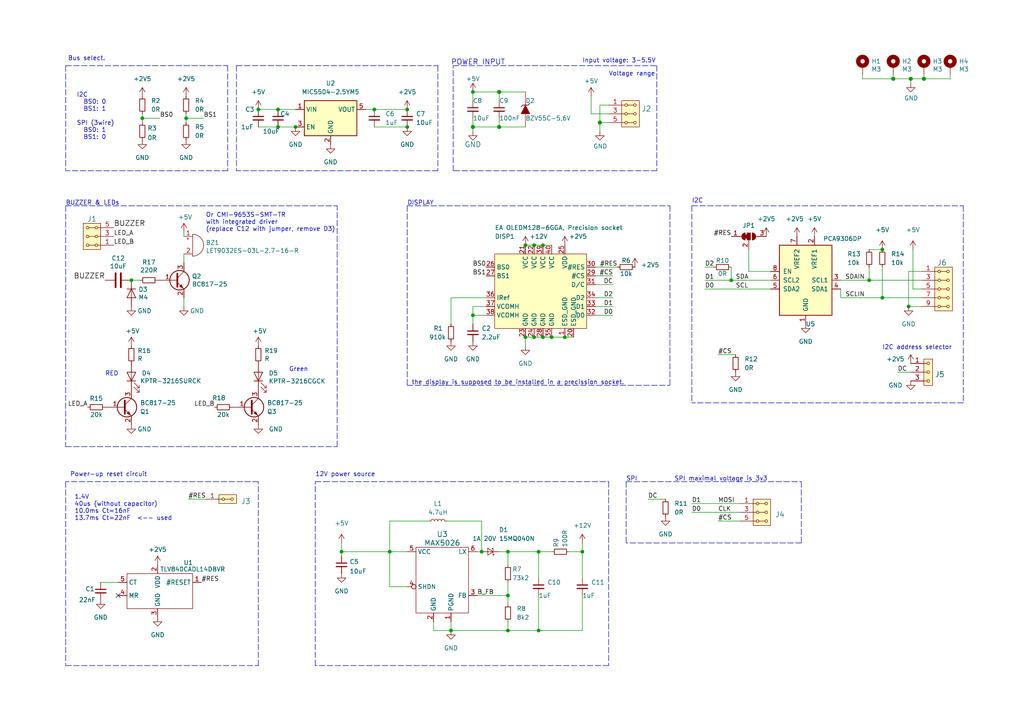
<source format=kicad_sch>
(kicad_sch (version 20211123) (generator eeschema)
  (paper "A4")
  (title_block (title "OLED01A") (date "2022-05-11") (company "MLAB") (comment 1 "roman-dvorak"))
  (lib_symbols
    (symbol "Device:Buzzer" (pin_names (offset 0.0254) hide)
      (property "Reference" "BZ" (at 3.81 1.27 0))
      (property "Value" "Buzzer" (at 3.81 -1.27 0))
      (symbol "Buzzer_1_1"
        (pin passive line (at -2.54 2.54 0) (length 2.54) (name "-") (number "1"))
        (pin passive line (at -2.54 -2.54 0) (length 2.54) (name "+") (number "2"))
      )
    )
    (symbol "Device:C" (pin_numbers hide) (pin_names (offset 0.254))
      (property "Reference" "C" (at 0.635 2.54 0))
      (property "Value" "C" (at 0.635 -2.54 0))
      (symbol "C_1_1"
        (pin passive line (at 0 3.81 270) (length 2.794) (name "~") (number "1"))
        (pin passive line (at 0 -3.81 90) (length 2.794) (name "~") (number "2"))
      )
    )
    (symbol "Device:C_Small" (pin_numbers hide) (pin_names (offset 0.254) hide)
      (property "Reference" "C" (at 0.254 1.778 0))
      (property "Value" "C_Small" (at 0.254 -2.032 0))
      (symbol "C_Small_1_1"
        (pin passive line (at 0 2.54 270) (length 2.032) (name "~") (number "1"))
        (pin passive line (at 0 -2.54 90) (length 2.032) (name "~") (number "2"))
      )
    )
    (symbol "Device:D" (pin_numbers hide) (pin_names (offset 1.016) hide)
      (property "Reference" "D" (at 0 2.54 0))
      (property "Value" "D" (at 0 -2.54 0))
      (symbol "D_1_1"
        (pin passive line (at -3.81 0 0) (length 2.54) (name "K") (number "1"))
        (pin passive line (at 3.81 0 180) (length 2.54) (name "A") (number "2"))
      )
    )
    (symbol "Device:D_Schottky_Small" (pin_numbers hide) (pin_names (offset 0.254) hide)
      (property "Reference" "D" (at -1.27 2.032 0))
      (property "Value" "D_Schottky_Small" (at -7.112 -2.032 0))
      (symbol "D_Schottky_Small_1_1"
        (pin passive line (at -2.54 0 0) (length 1.778) (name "K") (number "1"))
        (pin passive line (at 2.54 0 180) (length 1.778) (name "A") (number "2"))
      )
    )
    (symbol "Device:LED" (pin_numbers hide) (pin_names (offset 1.016) hide)
      (property "Reference" "D" (at 0 2.54 0))
      (property "Value" "LED" (at 0 -2.54 0))
      (symbol "LED_1_1"
        (pin passive line (at -3.81 0 0) (length 2.54) (name "K") (number "1"))
        (pin passive line (at 3.81 0 180) (length 2.54) (name "A") (number "2"))
      )
    )
    (symbol "Device:L_Small" (pin_numbers hide) (pin_names (offset 0.254) hide)
      (property "Reference" "L" (at 0.762 1.016 0))
      (property "Value" "L_Small" (at 0.762 -1.016 0))
      (symbol "L_Small_1_1"
        (pin passive line (at 0 2.54 270) (length 0.508) (name "~") (number "1"))
        (pin passive line (at 0 -2.54 90) (length 0.508) (name "~") (number "2"))
      )
    )
    (symbol "Device:Q_NPN_BEC" (pin_names (offset 0) hide)
      (property "Reference" "Q" (at 5.08 1.27 0))
      (property "Value" "Q_NPN_BEC" (at 5.08 -1.27 0))
      (symbol "Q_NPN_BEC_1_1"
        (pin input line (at -5.08 0 0) (length 5.715) (name "B") (number "1"))
        (pin passive line (at 2.54 -5.08 90) (length 2.54) (name "E") (number "2"))
        (pin passive line (at 2.54 5.08 270) (length 2.54) (name "C") (number "3"))
      )
    )
    (symbol "Device:R_Small" (pin_numbers hide) (pin_names (offset 0.254) hide)
      (property "Reference" "R" (at 0.762 0.508 0))
      (property "Value" "R_Small" (at 0.762 -1.016 0))
      (symbol "R_Small_1_1"
        (pin passive line (at 0 2.54 270) (length 0.762) (name "~") (number "1"))
        (pin passive line (at 0 -2.54 90) (length 0.762) (name "~") (number "2"))
      )
    )
    (symbol "ISM02A-rescue:C_Small-Device-ISM02A-rescue" (pin_numbers hide) (pin_names (offset 0.254) hide)
      (property "Reference" "C" (at 0.254 1.778 0))
      (property "Value" "C_Small-Device-ISM02A-rescue" (at 0.254 -2.032 0))
      (symbol "C_Small-Device-ISM02A-rescue_1_1"
        (pin passive line (at 0 2.54 270) (length 2.032) (name "~") (number "1"))
        (pin passive line (at 0 -2.54 90) (length 2.032) (name "~") (number "2"))
      )
    )
    (symbol "ISM02A-rescue:D_ZENER-MLAB_D" (pin_numbers hide) (pin_names (offset 1.016) hide)
      (property "Reference" "D" (at 0 2.54 0))
      (property "Value" "D_ZENER-MLAB_D" (at 0 -2.54 0))
      (symbol "D_ZENER-MLAB_D_1_1"
        (pin passive line (at -5.08 0 0) (length 3.81) (name "K") (number "1"))
        (pin passive line (at 5.08 0 180) (length 3.81) (name "A") (number "2"))
      )
    )
    (symbol "Interface:PCA9306DP" (pin_names (offset 1.016))
      (property "Reference" "U" (at -7.62 11.43 0))
      (property "Value" "PCA9306DP" (at 3.81 11.43 0))
      (symbol "PCA9306DP_1_1"
        (pin power_in line (at 0 -12.7 90) (length 2.54) (name "GND") (number "1"))
        (pin power_in line (at -2.54 12.7 270) (length 2.54) (name "VREF1") (number "2"))
        (pin bidirectional line (at -10.16 0 0) (length 2.54) (name "SCL1") (number "3"))
        (pin bidirectional line (at -10.16 -2.54 0) (length 2.54) (name "SDA1") (number "4"))
        (pin bidirectional line (at 10.16 -2.54 180) (length 2.54) (name "SDA2") (number "5"))
        (pin bidirectional line (at 10.16 0 180) (length 2.54) (name "SCL2") (number "6"))
        (pin power_in line (at 2.54 12.7 270) (length 2.54) (name "VREF2") (number "7"))
        (pin input line (at 10.16 2.54 180) (length 2.54) (name "EN") (number "8"))
      )
    )
    (symbol "Jumper:SolderJumper_3_Bridged12" (pin_names (offset 0) hide)
      (property "Reference" "JP" (at -2.54 -2.54 0))
      (property "Value" "SolderJumper_3_Bridged12" (at 0 2.794 0))
      (symbol "SolderJumper_3_Bridged12_1_1"
        (pin passive line (at -5.08 0 0) (length 2.54) (name "A") (number "1"))
        (pin passive line (at 0 -3.81 90) (length 2.54) (name "C") (number "2"))
        (pin passive line (at 5.08 0 180) (length 2.54) (name "B") (number "3"))
      )
    )
    (symbol "MLAB_DISPLAY:EA_OLEDM128-6"
      (property "Reference" "DISP" (at 16.51 21.59 0))
      (property "Value" "EA_OLEDM128-6" (at 21.59 19.05 0))
      (symbol "EA_OLEDM128-6_0_0"
        (pin power_in line (at 8.89 -12.7 90) (length 2.54) (name "ESD_GND") (number "1"))
        (pin no_connect line (at 55.88 -53.34 0) (length 2.54) hide (name "") (number "18"))
        (pin no_connect line (at 55.88 -55.88 0) (length 2.54) hide (name "") (number "19"))
        (pin no_connect line (at 55.88 -48.26 0) (length 2.54) hide (name "") (number "2"))
        (pin power_in line (at 11.43 -12.7 90) (length 2.54) (name "ESD_GND") (number "20"))
        (pin power_in line (at -2.54 13.97 270) (length 2.54) (name "VCC") (number "21"))
        (pin power_in line (at 0 13.97 270) (length 2.54) (name "VCC") (number "22"))
        (pin power_in line (at -2.54 -12.7 90) (length 2.54) (name "GND") (number "23"))
        (pin power_in line (at 0 -12.7 90) (length 2.54) (name "GND") (number "24"))
        (pin power_in line (at 8.89 13.97 270) (length 2.54) (name "VDD") (number "25"))
        (pin input line (at -13.97 7.62 0) (length 2.54) (name "BS0") (number "26"))
        (pin input line (at -13.97 5.08 0) (length 2.54) (name "BS1") (number "27"))
        (pin power_in line (at 2.54 -12.7 90) (length 2.54) (name "GND") (number "28"))
        (pin input line (at 17.78 5.08 180) (length 2.54) (name "#CS") (number "29"))
        (pin no_connect line (at 55.88 -50.8 0) (length 2.54) hide (name "") (number "3"))
        (pin input line (at 17.78 7.62 180) (length 2.54) (name "#RES") (number "30"))
        (pin input line (at 17.78 2.54 180) (length 2.54) (name "D/C") (number "31"))
        (pin input line (at 17.78 -6.35 180) (length 2.54) (name "D0") (number "32"))
        (pin input line (at 17.78 -3.81 180) (length 2.54) (name "D1") (number "33"))
        (pin input line (at 17.78 -1.27 180) (length 2.54) (name "D2") (number "34"))
        (pin power_in line (at 5.08 -12.7 90) (length 2.54) (name "GND") (number "35"))
        (pin power_in line (at -13.97 -1.27 0) (length 2.54) (name "IRef") (number "36"))
        (pin power_in line (at -13.97 -3.81 0) (length 2.54) (name "VCOMH") (number "37"))
        (pin power_in line (at -13.97 -6.35 0) (length 2.54) (name "VCOMH") (number "38"))
        (pin power_in line (at 2.54 13.97 270) (length 2.54) (name "VCC") (number "39"))
        (pin power_in line (at 5.08 13.97 270) (length 2.54) (name "VCC") (number "40"))
      )
    )
    (symbol "MLAB_HEADER:HEADER_1x03" (pin_names (offset 1.016))
      (property "Reference" "J" (at 0 -5.08 0))
      (property "Value" "HEADER_1x03" (at 0 5.08 0))
      (symbol "HEADER_1x03_1_1"
        (pin input line (at -5.08 2.54 0) (length 3.81) (name "~") (number "1"))
        (pin input line (at -5.08 0 0) (length 3.81) (name "~") (number "2"))
        (pin input line (at -5.08 -2.54 0) (length 3.81) (name "~") (number "3"))
      )
    )
    (symbol "MLAB_HEADER:HEADER_2x01_PARALLEL" (pin_names (offset 1.016))
      (property "Reference" "J" (at 0 -2.54 0))
      (property "Value" "HEADER_2x01_PARALLEL" (at 0 2.54 0))
      (symbol "HEADER_2x01_PARALLEL_1_1"
        (pin input line (at -6.35 0 0) (length 3.81) (name "~") (number "1"))
        (pin input line (at -6.35 0 0) (length 3.81) hide (name "~") (number "2"))
      )
    )
    (symbol "MLAB_HEADER:HEADER_2x03_PARALLEL" (pin_names (offset 1.016))
      (property "Reference" "J" (at 0 -5.08 0))
      (property "Value" "HEADER_2x03_PARALLEL" (at 0 5.08 0))
      (symbol "HEADER_2x03_PARALLEL_1_1"
        (pin input line (at -6.35 2.54 0) (length 3.81) (name "~") (number "1"))
        (pin input line (at -6.35 2.54 0) (length 3.81) hide (name "~") (number "2"))
        (pin input line (at -6.35 0 0) (length 3.81) (name "~") (number "3"))
        (pin input line (at -6.35 0 0) (length 3.81) hide (name "~") (number "4"))
        (pin input line (at -6.35 -2.54 0) (length 3.81) (name "~") (number "5"))
        (pin input line (at -6.35 -2.54 0) (length 3.81) hide (name "~") (number "6"))
      )
    )
    (symbol "MLAB_HEADER:HEADER_2x05_PARALLEL" (pin_names (offset 1.016))
      (property "Reference" "J" (at 0 -7.62 0))
      (property "Value" "HEADER_2x05_PARALLEL" (at 0 7.62 0))
      (symbol "HEADER_2x05_PARALLEL_1_1"
        (pin input line (at -6.35 5.08 0) (length 3.81) (name "~") (number "1"))
        (pin input line (at -6.35 -5.08 0) (length 3.81) hide (name "~") (number "10"))
        (pin input line (at -6.35 5.08 0) (length 3.81) hide (name "~") (number "2"))
        (pin input line (at -6.35 2.54 0) (length 3.81) (name "~") (number "3"))
        (pin input line (at -6.35 2.54 0) (length 3.81) hide (name "~") (number "4"))
        (pin input line (at -6.35 0 0) (length 3.81) (name "~") (number "5"))
        (pin input line (at -6.35 0 0) (length 3.81) hide (name "~") (number "6"))
        (pin input line (at -6.35 -2.54 0) (length 3.81) (name "~") (number "7"))
        (pin input line (at -6.35 -2.54 0) (length 3.81) hide (name "~") (number "8"))
        (pin input line (at -6.35 -5.08 0) (length 3.81) (name "~") (number "9"))
      )
    )
    (symbol "MLAB_IO:MAX5026"
      (property "Reference" "U" (at -5.08 10.16 0))
      (property "Value" "MAX5026" (at 1.27 2.54 0))
      (symbol "MAX5026_1_1"
        (pin unspecified line (at 2.54 -12.7 90) (length 2.54) (name "PGND") (number "1"))
        (pin unspecified line (at -2.54 -12.7 90) (length 2.54) (name "GND") (number "2"))
        (pin unspecified line (at 10.16 -5.08 180) (length 2.54) (name "FB") (number "3"))
        (pin unspecified inverted (at -10.16 -2.54 0) (length 2.54) (name "SHDN") (number "4"))
        (pin unspecified line (at -10.16 7.62 0) (length 2.54) (name "VCC") (number "5"))
        (pin unspecified line (at 10.16 7.62 180) (length 2.54) (name "LX") (number "6"))
      )
    )
    (symbol "MLAB_IO:TLV840"
      (property "Reference" "U" (at 2.54 6.35 0))
      (property "Value" "TLV840" (at 5.08 3.81 0))
      (symbol "TLV840_1_1"
        (pin output line (at 12.7 0 180) (length 2.54) (name "#RESET") (number "1"))
        (pin power_in line (at 0 5.08 270) (length 2.54) (name "VDD") (number "2"))
        (pin power_out line (at 0 -10.16 90) (length 2.54) (name "GND") (number "3"))
        (pin input line (at -11.43 -3.81 0) (length 2.54) (name "MR") (number "4"))
        (pin input line (at -11.43 0 0) (length 2.54) (name "CT") (number "5"))
      )
    )
    (symbol "Mechanical:MountingHole_Pad" (pin_numbers hide) (pin_names (offset 1.016) hide)
      (property "Reference" "H" (at 0 6.35 0))
      (property "Value" "MountingHole_Pad" (at 0 4.445 0))
      (symbol "MountingHole_Pad_1_1"
        (pin input line (at 0 -2.54 90) (length 2.54) (name "1") (number "1"))
      )
    )
    (symbol "Regulator_Linear:MIC5504-1.8YM5"
      (property "Reference" "U" (at -7.62 8.89 0))
      (property "Value" "MIC5504-1.8YM5" (at -7.62 6.35 0))
      (symbol "MIC5504-1.8YM5_1_1"
        (pin power_in line (at -10.16 2.54 0) (length 2.54) (name "VIN") (number "1"))
        (pin power_in line (at 0 -7.62 90) (length 2.54) (name "GND") (number "2"))
        (pin input line (at -10.16 -2.54 0) (length 2.54) (name "EN") (number "3"))
        (pin no_connect line (at 7.62 -2.54 180) (length 2.54) hide (name "NC") (number "4"))
        (pin power_out line (at 10.16 2.54 180) (length 2.54) (name "VOUT") (number "5"))
      )
    )
    (symbol "power:+12V" (power) (pin_names (offset 0))
      (property "Value" "+12V" (at 0 3.556 0))
      (symbol "+12V_1_1"
        (pin power_in line (at 0 0 90) (length 0) hide (name "+12V") (number "1"))
      )
    )
    (symbol "power:+2V5" (power) (pin_names (offset 0))
      (property "Value" "+2V5" (at 0 3.556 0))
      (symbol "+2V5_1_1"
        (pin power_in line (at 0 0 90) (length 0) hide (name "+2V5") (number "1"))
      )
    )
    (symbol "power:+5V" (power) (pin_names (offset 0))
      (property "Value" "+5V" (at 0 3.556 0))
      (symbol "+5V_1_1"
        (pin power_in line (at 0 0 90) (length 0) hide (name "+5V") (number "1"))
      )
    )
    (symbol "power:GND" (power) (pin_names (offset 0))
      (property "Value" "GND" (at 0 -3.81 0))
      (symbol "GND_1_1"
        (pin power_in line (at 0 0 270) (length 0) hide (name "GND") (number "1"))
      )
    )
  )
  (junction (at 154.94 97.79))
  (junction (at 99.06 160.02))
  (junction (at 163.83 97.79))
  (junction (at 85.725 36.83))
  (junction (at 118.11 31.75))
  (junction (at 156.21 182.88))
  (junction (at 156.21 160.02))
  (junction (at 157.48 97.79))
  (junction (at 108.585 31.75))
  (junction (at 160.02 97.79))
  (junction (at 255.905 86.36))
  (junction (at 168.91 160.02))
  (junction (at 264.16 22.86) (diameter 1.016))
  (junction (at 147.32 172.72))
  (junction (at 255.905 72.39))
  (junction (at 130.81 182.88))
  (junction (at 38.1 81.28))
  (junction (at 157.48 71.12))
  (junction (at 137.16 26.67))
  (junction (at 118.11 36.83))
  (junction (at 80.645 36.83))
  (junction (at 252.095 81.28))
  (junction (at 80.645 31.75))
  (junction (at 212.09 81.28))
  (junction (at 263.525 88.9))
  (junction (at 41.275 34.29))
  (junction (at 53.975 34.29))
  (junction (at 144.78 36.83) (diameter 1.016))
  (junction (at 147.32 160.02))
  (junction (at 113.03 160.02))
  (junction (at 152.4 71.12))
  (junction (at 154.94 71.12))
  (junction (at 152.4 97.79))
  (junction (at 267.97 22.86) (diameter 1.016))
  (junction (at 139.7 160.02))
  (junction (at 259.08 22.86) (diameter 1.016))
  (junction (at 147.32 182.88))
  (junction (at 137.16 36.83) (diameter 1.016))
  (junction (at 173.99 35.56) (diameter 1.016))
  (junction (at 144.78 26.67) (diameter 1.016))
  (junction (at 137.16 91.44))
  (junction (at 74.93 31.75))
  (no_connect (at 34.29 172.72))
  (wire (pts (xy 118.11 170.18) (xy 113.03 170.18)))
  (wire (pts (xy 243.84 83.82) (xy 243.84 86.36)))
  (wire (pts (xy 263.525 88.9) (xy 267.335 88.9)))
  (wire (pts (xy 163.83 97.79) (xy 166.37 97.79)))
  (wire (pts (xy 118.11 160.02) (xy 113.03 160.02)))
  (wire (pts (xy 152.4 97.79) (xy 154.94 97.79)))
  (wire (pts (xy 144.78 36.83) (xy 152.4 36.83)))
  (wire (pts (xy 168.91 160.02) (xy 168.91 167.64)))
  (wire (pts (xy 46.355 34.29) (xy 41.275 34.29)))
  (wire (pts (xy 208.28 151.13) (xy 214.63 151.13)))
  (wire (pts (xy 204.47 83.82) (xy 223.52 83.82)))
  (polyline (pts (xy 279.4 59.69) (xy 279.4 116.84)))
  (wire (pts (xy 29.21 168.91) (xy 34.29 168.91)))
  (polyline (pts (xy 190.5 49.53) (xy 131.445 49.53)) (stroke (width 0) (type dash)))
  (wire (pts (xy 147.32 182.88) (xy 156.21 182.88)))
  (wire (pts (xy 200.66 146.05) (xy 214.63 146.05)))
  (wire (pts (xy 144.78 36.83) (xy 137.16 36.83)))
  (polyline (pts (xy 131.445 49.53) (xy 131.445 19.05)) (stroke (width 0) (type dash)))
  (wire (pts (xy 130.81 86.36) (xy 130.81 93.98)))
  (wire (pts (xy 139.7 151.13) (xy 139.7 160.02)))
  (wire (pts (xy 252.095 77.47) (xy 252.095 81.28)))
  (wire (pts (xy 173.99 35.56) (xy 173.99 38.1)))
  (wire (pts (xy 138.43 172.72) (xy 147.32 172.72)))
  (polyline (pts (xy 190.5 19.05) (xy 190.5 49.53)) (stroke (width 0) (type dash)))
  (polyline (pts (xy 118.11 59.69) (xy 118.11 111.76)))
  (wire (pts (xy 255.905 77.47) (xy 255.905 86.36)))
  (wire (pts (xy 252.095 81.28) (xy 267.335 81.28)))
  (wire (pts (xy 129.54 151.13) (xy 139.7 151.13)))
  (polyline (pts (xy 93.98 139.7) (xy 176.53 139.7)))
  (wire (pts (xy 267.97 21.59) (xy 267.97 22.86)))
  (polyline (pts (xy 19.05 129.54) (xy 97.79 129.54)))
  (wire (pts (xy 41.275 34.29) (xy 41.275 35.56)))
  (polyline (pts (xy 279.4 116.84) (xy 200.66 116.84)))
  (polyline (pts (xy 200.66 59.69) (xy 200.66 116.84)))
  (wire (pts (xy 208.28 102.87) (xy 213.36 102.87)))
  (wire (pts (xy 147.32 180.34) (xy 147.32 182.88)))
  (wire (pts (xy 173.99 35.56) (xy 176.53 35.56)))
  (polyline (pts (xy 91.44 193.04) (xy 91.44 139.7)))
  (wire (pts (xy 80.645 36.83) (xy 85.725 36.83)))
  (wire (pts (xy 140.97 86.36) (xy 130.81 86.36)))
  (wire (pts (xy 38.1 81.28) (xy 40.64 81.28)))
  (wire (pts (xy 147.32 172.72) (xy 147.32 175.26)))
  (wire (pts (xy 53.975 34.29) (xy 53.975 35.56)))
  (wire (pts (xy 263.525 78.74) (xy 263.525 88.9)))
  (wire (pts (xy 137.16 91.44) (xy 137.16 93.98)))
  (wire (pts (xy 168.91 182.88) (xy 168.91 172.72)))
  (wire (pts (xy 113.03 170.18) (xy 113.03 160.02)))
  (wire (pts (xy 172.72 80.01) (xy 177.8 80.01)))
  (wire (pts (xy 137.16 36.83) (xy 137.16 38.1)))
  (wire (pts (xy 53.34 86.36) (xy 53.34 88.9)))
  (wire (pts (xy 165.1 160.02) (xy 168.91 160.02)))
  (wire (pts (xy 152.4 26.67) (xy 144.78 26.67)))
  (wire (pts (xy 108.585 31.75) (xy 118.11 31.75)))
  (wire (pts (xy 250.19 21.59) (xy 250.19 22.86)))
  (wire (pts (xy 147.32 163.83) (xy 147.32 160.02)))
  (wire (pts (xy 212.09 77.47) (xy 212.09 81.28)))
  (wire (pts (xy 125.73 182.88) (xy 130.81 182.88)))
  (polyline (pts (xy 181.61 139.7) (xy 232.41 139.7)))
  (wire (pts (xy 130.81 182.88) (xy 130.81 180.34)))
  (polyline (pts (xy 19.05 19.05) (xy 66.04 19.05)))
  (polyline (pts (xy 232.41 139.7) (xy 232.41 157.48)))
  (wire (pts (xy 255.905 86.36) (xy 267.335 86.36)))
  (wire (pts (xy 172.72 82.55) (xy 177.8 82.55)))
  (wire (pts (xy 267.335 78.74) (xy 263.525 78.74)))
  (wire (pts (xy 144.78 26.67) (xy 137.16 26.67)))
  (wire (pts (xy 125.73 180.34) (xy 125.73 182.88)))
  (polyline (pts (xy 131.445 19.05) (xy 190.5 19.05)) (stroke (width 0) (type dash)))
  (wire (pts (xy 172.72 86.36) (xy 177.8 86.36)))
  (wire (pts (xy 267.335 83.82) (xy 264.795 83.82)))
  (wire (pts (xy 243.84 86.36) (xy 255.905 86.36)))
  (polyline (pts (xy 74.93 139.7) (xy 19.05 139.7)))
  (wire (pts (xy 53.34 73.66) (xy 53.34 76.2)))
  (polyline (pts (xy 19.05 193.04) (xy 74.93 193.04)))
  (wire (pts (xy 106.045 31.75) (xy 108.585 31.75)))
  (wire (pts (xy 99.06 160.02) (xy 99.06 161.29)))
  (wire (pts (xy 137.16 26.67) (xy 137.16 29.21)))
  (wire (pts (xy 156.21 160.02) (xy 160.02 160.02)))
  (wire (pts (xy 80.645 31.75) (xy 85.725 31.75)))
  (polyline (pts (xy 68.58 19.05) (xy 68.58 49.53)))
  (wire (pts (xy 113.03 160.02) (xy 99.06 160.02)))
  (polyline (pts (xy 97.79 129.54) (xy 97.79 59.69)))
  (wire (pts (xy 171.45 33.02) (xy 171.45 27.94)))
  (wire (pts (xy 124.46 151.13) (xy 113.03 151.13)))
  (wire (pts (xy 157.48 71.12) (xy 160.02 71.12)))
  (wire (pts (xy 156.21 182.88) (xy 168.91 182.88)))
  (polyline (pts (xy 91.44 139.7) (xy 93.98 139.7)))
  (polyline (pts (xy 118.11 111.76) (xy 194.31 111.76)))
  (wire (pts (xy 99.06 157.48) (xy 99.06 160.02)))
  (polyline (pts (xy 194.31 59.69) (xy 194.31 111.76)))
  (polyline (pts (xy 176.53 193.04) (xy 91.44 193.04)))
  (wire (pts (xy 264.16 22.86) (xy 264.16 24.13)))
  (wire (pts (xy 156.21 160.02) (xy 156.21 167.64)))
  (polyline (pts (xy 127 49.53) (xy 68.58 49.53)))
  (wire (pts (xy 252.095 72.39) (xy 255.905 72.39)))
  (wire (pts (xy 137.16 34.29) (xy 137.16 36.83)))
  (polyline (pts (xy 19.05 19.05) (xy 19.05 49.53)))
  (wire (pts (xy 243.84 81.28) (xy 252.095 81.28)))
  (wire (pts (xy 250.19 22.86) (xy 259.08 22.86)))
  (polyline (pts (xy 19.05 139.7) (xy 19.05 193.04)))
  (wire (pts (xy 74.93 31.75) (xy 80.645 31.75)))
  (wire (pts (xy 154.94 71.12) (xy 157.48 71.12)))
  (wire (pts (xy 217.17 78.74) (xy 223.52 78.74)))
  (wire (pts (xy 204.47 77.47) (xy 207.01 77.47)))
  (polyline (pts (xy 176.53 139.7) (xy 176.53 193.04)))
  (polyline (pts (xy 19.05 59.69) (xy 19.05 129.54)))
  (wire (pts (xy 172.72 77.47) (xy 179.07 77.47)))
  (wire (pts (xy 53.975 34.29) (xy 53.975 33.02)))
  (polyline (pts (xy 181.61 139.7) (xy 181.61 157.48)))
  (wire (pts (xy 144.78 26.67) (xy 144.78 29.21)))
  (wire (pts (xy 217.17 72.39) (xy 217.17 78.74)))
  (wire (pts (xy 173.99 30.48) (xy 173.99 35.56)))
  (polyline (pts (xy 118.11 59.69) (xy 194.31 59.69)))
  (polyline (pts (xy 68.58 19.05) (xy 127 19.05)))
  (wire (pts (xy 187.96 144.78) (xy 193.04 144.78)))
  (wire (pts (xy 152.4 71.12) (xy 154.94 71.12)))
  (wire (pts (xy 59.055 34.29) (xy 53.975 34.29)))
  (wire (pts (xy 154.94 97.79) (xy 157.48 97.79)))
  (wire (pts (xy 160.02 97.79) (xy 163.83 97.79)))
  (wire (pts (xy 157.48 97.79) (xy 160.02 97.79)))
  (wire (pts (xy 147.32 160.02) (xy 144.78 160.02)))
  (polyline (pts (xy 74.93 193.04) (xy 74.93 139.7)))
  (wire (pts (xy 156.21 182.88) (xy 156.21 172.72)))
  (wire (pts (xy 204.47 81.28) (xy 212.09 81.28)))
  (wire (pts (xy 140.97 88.9) (xy 137.16 88.9)))
  (wire (pts (xy 212.09 81.28) (xy 223.52 81.28)))
  (wire (pts (xy 260.35 107.95) (xy 264.16 107.95)))
  (polyline (pts (xy 19.05 59.69) (xy 97.79 59.69)))
  (polyline (pts (xy 200.66 59.69) (xy 279.4 59.69)))
  (wire (pts (xy 275.59 22.86) (xy 275.59 21.59)))
  (wire (pts (xy 137.16 88.9) (xy 137.16 91.44)))
  (polyline (pts (xy 66.04 49.53) (xy 19.05 49.53)))
  (wire (pts (xy 172.72 91.44) (xy 177.8 91.44)))
  (wire (pts (xy 259.08 21.59) (xy 259.08 22.86)))
  (wire (pts (xy 267.97 22.86) (xy 275.59 22.86)))
  (polyline (pts (xy 232.41 157.48) (xy 181.61 157.48)))
  (wire (pts (xy 200.66 148.59) (xy 214.63 148.59)))
  (wire (pts (xy 147.32 160.02) (xy 156.21 160.02)))
  (wire (pts (xy 176.53 30.48) (xy 173.99 30.48)))
  (wire (pts (xy 53.34 67.31) (xy 53.34 68.58)))
  (wire (pts (xy 147.32 182.88) (xy 130.81 182.88)))
  (wire (pts (xy 41.275 34.29) (xy 41.275 33.02)))
  (wire (pts (xy 113.03 151.13) (xy 113.03 160.02)))
  (wire (pts (xy 54.61 144.78) (xy 59.69 144.78)))
  (wire (pts (xy 264.795 72.39) (xy 264.795 83.82)))
  (polyline (pts (xy 127 19.05) (xy 127 49.53)))
  (wire (pts (xy 144.78 34.29) (xy 144.78 36.83)))
  (wire (pts (xy 147.32 168.91) (xy 147.32 172.72)))
  (wire (pts (xy 152.4 97.79) (xy 152.4 100.33)))
  (polyline (pts (xy 66.04 19.05) (xy 66.04 49.53)))
  (wire (pts (xy 176.53 33.02) (xy 171.45 33.02)))
  (wire (pts (xy 168.91 160.02) (xy 168.91 157.48)))
  (wire (pts (xy 172.72 88.9) (xy 177.8 88.9)))
  (wire (pts (xy 108.585 36.83) (xy 118.11 36.83)))
  (wire (pts (xy 74.93 36.83) (xy 80.645 36.83)))
  (wire (pts (xy 264.16 22.86) (xy 267.97 22.86)))
  (wire (pts (xy 259.08 22.86) (xy 264.16 22.86)))
  (wire (pts (xy 139.7 160.02) (xy 138.43 160.02)))
  (wire (pts (xy 137.16 91.44) (xy 140.97 91.44)))
  (text "SPI maximal voltage is 3v3" (at 195.58 139.7 0) (effects (font (size 1.27 1.27)) (justify left bottom)))
  (text "Green" (at 83.82 107.95 0) (effects (font (size 1.27 1.27)) (justify left bottom)))
  (text "I2C address selector" (at 255.905 101.6 0) (effects (font (size 1.27 1.27)) (justify left bottom)))
  (text "I2C" (at 200.66 59.055 0) (effects (font (size 1.27 1.27)) (justify left bottom)))
  (text "I2C\n  BS0: 0\n  BS1: 1\n\nSPI (3wire)\n  BS0: 1\n  BS1: 0" (at 22.225 40.64 0) (effects (font (size 1.27 1.27)) (justify left bottom)))
  (text "12V power source" (at 91.44 138.43 0) (effects (font (size 1.27 1.27)) (justify left bottom)))
  (text "Or CMI-9653S-SMT-TR\nwith integrated driver\n(replace C12 with jumper, remove D3)" (at 59.69 67.31 0) (effects (font (size 1.27 1.27)) (justify left bottom)))
  (text "the display is supposed to be installed in a precission socket. " (at 119.38 111.76 0) (effects (font (size 1.27 1.27)) (justify left bottom)))
  (text "POWER INPUT" (at 130.81 19.05 0) (effects (font (size 1.524 1.524)) (justify left bottom)))
  (text "BUZZER & LEDs" (at 19.05 59.69 0) (effects (font (size 1.27 1.27)) (justify left bottom)))
  (text "Input voltage: 3-5.5V" (at 168.91 18.415 0) (effects (font (size 1.27 1.27)) (justify left bottom)))
  (text "Voltage range\n" (at 176.53 22.225 0) (effects (font (size 1.27 1.27)) (justify left bottom)))
  (text "DISPLAY" (at 118.11 59.69 0) (effects (font (size 1.27 1.27)) (justify left bottom)))
  (text "Power-up reset circuit" (at 20.32 138.43 0) (effects (font (size 1.27 1.27)) (justify left bottom)))
  (text "Bus select." (at 19.685 17.78 0) (effects (font (size 1.27 1.27)) (justify left bottom)))
  (text "1.4V\n40us (without capacitor)\n10.0ms Ct=16nF\n13.7ms Ct=22nF  <-- used" (at 21.59 151.13 0) (effects (font (size 1.27 1.27)) (justify left bottom)))
  (text "SPI" (at 181.61 139.7 0) (effects (font (size 1.27 1.27)) (justify left bottom)))
  (text "RED" (at 30.48 109.22 0) (effects (font (size 1.27 1.27)) (justify left bottom)))
  (label "D0" (at 200.66 148.59 0))
  (label "SDAIN" (at 250.825 81.28 180))
  (label "LED_B" (at 62.23 118.11 180))
  (label "D0" (at 177.8 91.44 180))
  (label "D2" (at 204.47 77.47 0))
  (label "#RES" (at 58.42 168.91 0))
  (label "#CS" (at 208.28 151.13 0))
  (label "CLK" (at 208.28 148.59 0))
  (label "B_FB" (at 138.43 172.72 0))
  (label "BUZZER" (at 30.48 81.28 180) (effects (font (size 1.524 1.524))))
  (label "LED_A" (at 33.02 68.58 0))
  (label "#CS" (at 208.28 102.87 0))
  (label "BS0" (at 46.355 34.29 0))
  (label "BS0" (at 140.97 77.47 180))
  (label "LED_A" (at 25.4 118.11 180))
  (label "D1" (at 177.8 88.9 180))
  (label "DC" (at 177.8 82.55 180))
  (label "DC" (at 187.96 144.78 0))
  (label "#RES" (at 54.61 144.78 0))
  (label "#RES" (at 179.07 77.47 180))
  (label "DC" (at 260.35 107.95 0))
  (label "BUZZER" (at 33.02 66.04 0) (effects (font (size 1.524 1.524))))
  (label "BS1" (at 140.97 80.01 180))
  (label "BS1" (at 59.055 34.29 0))
  (label "D0" (at 204.47 83.82 0))
  (label "LED_B" (at 33.02 71.12 0))
  (label "D2" (at 177.8 86.36 180))
  (label "MOSI" (at 208.28 146.05 0))
  (label "#CS" (at 177.8 80.01 180))
  (label "D1" (at 200.66 146.05 0))
  (label "SCLIN" (at 250.825 86.36 180))
  (label "SDA" (at 213.36 81.28 0))
  (label "D1" (at 204.47 81.28 0))
  (label "SCL" (at 213.36 83.82 0))
  (label "#RES" (at 212.09 68.58 180))
  (symbol (lib_id "power:+2V5") (at 45.72 163.83 0) (unit 1)
    (property "Reference" "#PWR06" (effects hide))
    (property "Value" "+2V5" (at 45.72 159.385 0))
  )
  (symbol (lib_id "Device:R_Small") (at 41.275 30.48 0) (unit 1)
    (property "Reference" "R2" (at 43.815 29.2099 0) (effects (justify left)))
    (property "Value" "0R" (at 43.815 31.7499 0) (effects (justify left)))
    (property "Footprint" "Resistor_SMD:R_0805_2012Metric" (effects hide))
    (property "Footprint" "Resistor_SMD:R_0805_2012Metric" (effects hide))
    (property "UST_ID" "5c70984512875079b91f896b" (effects hide))
  )
  (symbol (lib_id "Device:R_Small") (at 74.93 102.87 0) (unit 1)
    (property "Reference" "R19" (at 76.708 101.7016 0) (effects (justify left)))
    (property "Value" " R" (at 76.708 104.013 0) (effects (justify left)))
    (property "Footprint" "Resistor_SMD:R_0805_2012Metric" (effects hide))
  )
  (symbol (lib_id "power:+5V") (at 264.795 72.39 0) (unit 1)
    (property "Reference" "#PWR041" (effects hide))
    (property "Value" "+5V" (at 264.795 66.675 0))
  )
  (symbol (lib_id "power:GND") (at 264.16 110.49 0) (unit 1)
    (property "Reference" "#PWR037" (effects hide))
    (property "Value" "GND" (at 259.715 111.76 0))
  )
  (symbol (lib_id "power:+5V") (at 137.16 26.67 0) (unit 1)
    (property "Reference" "#PWR022" (effects hide))
    (property "Value" "+5V" (at 137.16 22.86 0))
  )
  (symbol (lib_id "power:+2V5") (at 53.975 27.94 0) (unit 1)
    (property "Reference" "#PWR08" (effects hide))
    (property "Value" "+2V5" (at 53.975 22.86 0))
  )
  (symbol (lib_id "power:+2V5") (at 231.14 68.58 0) (unit 1)
    (property "Reference" "#PWR033" (effects hide))
    (property "Value" "+2V5" (at 230.505 63.5 0))
  )
  (symbol (lib_id "power:+5V") (at 255.905 72.39 0) (unit 1)
    (property "Reference" "#PWR038" (effects hide))
    (property "Value" "+5V" (at 255.905 66.675 0))
  )
  (symbol (lib_id "Device:R_Small") (at 53.975 38.1 0) (unit 1)
    (property "Reference" "R5" (at 56.515 36.8299 0) (effects (justify left)))
    (property "Value" "0R" (at 56.515 39.3699 0) (effects (justify left)))
    (property "Footprint" "Resistor_SMD:R_0805_2012Metric" (effects hide))
    (property "Footprint" "Resistor_SMD:R_0805_2012Metric" (effects hide))
    (property "UST_ID" "5c70984512875079b91f896b" (effects hide))
  )
  (symbol (lib_id "power:GND") (at 95.885 41.91 0) (unit 1)
    (property "Reference" "#PWR016" (effects hide))
    (property "Value" "GND" (at 95.885 46.99 0))
  )
  (symbol (lib_id "power:+2V5") (at 184.15 77.47 0) (unit 1)
    (property "Reference" "#PWR015" (effects hide))
    (property "Value" "+2V5" (at 188.595 76.835 0))
  )
  (symbol (lib_id "Regulator_Linear:MIC5504-1.8YM5") (at 95.885 34.29 0) (unit 1)
    (property "Reference" "U2" (at 95.885 24.13 0))
    (property "Value" "MIC5504-2.5YM5" (at 95.885 26.67 0))
    (property "Footprint" "Package_TO_SOT_SMD:SOT-23-5" (effects hide))
    (property "Datasheet" "http://ww1.microchip.com/downloads/en/DeviceDoc/MIC550X.pdf" (effects hide))
  )
  (symbol (lib_id "Device:C_Small") (at 80.645 34.29 0) (unit 1)
    (property "Reference" "C4" (at 81.28 33.02 0) (effects (justify left)))
    (property "Value" "10uF" (at 76.2 38.1 0) (effects (justify left)))
    (property "Footprint" "Capacitor_SMD:C_0805_2012Metric" (effects hide))
    (property "Footprint" "Capacitor_SMD:C_0805_2012Metric" (effects hide))
    (property "Value" "10uF" (effects hide))
  )
  (symbol (lib_id "Interface:PCA9306DP") (at 233.68 81.28 0) (mirror y) (unit 1)
    (property "Reference" "U5" (at 233.68 93.98 0) (effects (justify right)))
    (property "Value" "PCA9306DP" (at 238.76 69.215 0) (effects (justify right)))
    (property "Footprint" "Package_SO:TSSOP-8_3x3mm_P0.65mm" (effects hide))
    (property "Datasheet" "https://www.nxp.com/docs/en/data-sheet/PCA9306.pdf" (effects hide))
    (property "Datasheet" "https://www.nxp.com/docs/en/data-sheet/PCA9306.pdf" (effects hide))
    (property "Footprint" "Package_SO:TSSOP-8_3x3mm_P0.65mm" (effects hide))
    (property "Value" "PCA9306DP" (effects hide))
  )
  (symbol (lib_id "Device:C_Small") (at 29.21 171.45 0) (unit 1)
    (property "Reference" "C1" (at 24.765 170.815 0) (effects (justify left)))
    (property "Value" "22nF" (at 22.86 173.99 0) (effects (justify left)))
    (property "Footprint" "Capacitor_SMD:C_0805_2012Metric" (effects hide))
    (property "Footprint" "Capacitor_SMD:C_0805_2012Metric" (effects hide))
    (property "Value" "22nF" (effects hide))
    (property "UST_ID" "5c70984712875079b91f8b4a" (effects hide))
  )
  (symbol (lib_id "Jumper:SolderJumper_3_Bridged12") (at 217.17 68.58 0) (unit 1)
    (property "Reference" "JP1" (at 217.17 65.405 0))
    (property "Value" "SolderJumper_3_Bridged12" (effects hide))
    (property "Footprint" "Jumper:SolderJumper-3_P1.3mm_Bridged12_RoundedPad1.0x1.5mm" (effects hide))
    (property "Value" "SolderJumper_3_Bridged12" (effects hide))
  )
  (symbol (lib_id "power:GND") (at 263.525 88.9 0) (unit 1)
    (property "Reference" "#PWR040" (effects hide))
    (property "Value" "GND" (at 263.525 93.98 0))
  )
  (symbol (lib_id "power:GND") (at 137.16 99.06 0) (unit 1)
    (property "Reference" "#PWR03" (effects hide))
    (property "Value" "GND" (at 137.16 104.14 0))
  )
  (symbol (lib_id "power:GND") (at 41.275 40.64 0) (unit 1)
    (property "Reference" "#PWR05" (effects hide))
    (property "Value" "GND" (at 41.275 45.72 0))
  )
  (symbol (lib_id "ISM02A-rescue:C_Small-Device-ISM02A-rescue") (at 144.78 31.75 0) (unit 1)
    (property "Reference" "C9" (at 144.78 29.21 0) (effects (justify left)))
    (property "Value" "100nF" (at 144.78 34.29 0) (effects (justify left)))
    (property "Footprint" "Capacitor_SMD:C_0805_2012Metric" (effects hide))
    (property "UST_id" "C0805_100n" (effects hide))
    (property "UST_ID" "5c70984712875079b91f8b4c" (effects hide))
  )
  (symbol (lib_id "Device:C_Small") (at 137.16 96.52 0) (unit 1)
    (property "Reference" "C2" (at 139.7 95.2562 0) (effects (justify left)))
    (property "Value" "2.2uF" (at 139.7 97.7962 0) (effects (justify left)))
    (property "Footprint" "Capacitor_SMD:C_0805_2012Metric" (effects hide))
    (property "Footprint" "Capacitor_SMD:C_0805_2012Metric" (effects hide))
    (property "UST_ID" "5c70984712875079b91f8b51" (effects hide))
  )
  (symbol (lib_id "Device:R_Small") (at 209.55 77.47 90) (unit 1)
    (property "Reference" "R10" (at 209.55 75.565 90))
    (property "Value" "0R" (at 209.55 79.375 90))
    (property "Footprint" "Resistor_SMD:R_0805_2012Metric" (effects hide))
    (property "Footprint" "Resistor_SMD:R_0805_2012Metric" (effects hide))
    (property "UST_ID" "5c70984512875079b91f896b" (effects hide))
  )
  (symbol (lib_id "Device:R_Small") (at 41.275 38.1 0) (unit 1)
    (property "Reference" "R3" (at 42.7736 37.1915 0) (effects (justify left)))
    (property "Value" "0R" (at 42.7736 39.9666 0) (effects (justify left)))
    (property "Footprint" "Resistor_SMD:R_0805_2012Metric" (effects hide))
    (property "Footprint" "Resistor_SMD:R_0805_2012Metric" (effects hide))
    (property "UST_ID" "5c70984512875079b91f896b" (effects hide))
  )
  (symbol (lib_id "MLAB_HEADER:HEADER_2x01_PARALLEL") (at 66.04 144.78 0) (unit 1)
    (property "Reference" "J3" (at 69.85 145.415 0) (effects (font (size 1.524 1.524)) (justify left)))
    (property "Value" "HEADER_2x01_PARALLEL" (effects hide))
    (property "Footprint" "Mlab_Pin_Headers:Straight_2x01" (effects hide))
  )
  (symbol (lib_id "Device:R_Small") (at 255.905 74.93 0) (unit 1)
    (property "Reference" "R14" (at 258.445 73.6599 0) (effects (justify left)))
    (property "Value" "10k" (at 258.445 76.1999 0) (effects (justify left)))
    (property "Footprint" "Resistor_SMD:R_0805_2012Metric" (effects hide))
    (property "Footprint" "Resistor_SMD:R_0805_2012Metric" (effects hide))
    (property "UST_ID" "5c70984612875079b91f899f" (effects hide))
  )
  (symbol (lib_id "power:GND") (at 264.16 24.13 0) (unit 1)
    (property "Reference" "#PWR039" (effects hide))
    (property "Value" "GND" (at 264.2743 28.4544 0))
  )
  (symbol (lib_id "Device:D_Schottky_Small") (at 142.24 160.02 180) (unit 1)
    (property "Reference" "D1" (at 146.05 153.67 0))
    (property "Value" "1A 20V 15MQ040N" (at 146.05 156.21 0))
    (property "Footprint" "Diode_SMD:D_SMA" (effects hide))
    (property "UST_ID" "5c70984512875079b91f88b0" (effects hide))
  )
  (symbol (lib_id "power:GND") (at 74.93 123.19 0) (unit 1)
    (property "Reference" "#PWR045" (effects hide))
    (property "Value" "GND" (at 80.01 124.46 0))
  )
  (symbol (lib_id "power:GND") (at 118.11 36.83 0) (unit 1)
    (property "Reference" "#PWR020" (effects hide))
    (property "Value" "GND" (at 118.11 41.91 0))
  )
  (symbol (lib_id "Device:C_Small") (at 99.06 163.83 0) (unit 1)
    (property "Reference" "C5" (at 101.3841 162.9278 0) (effects (justify left)))
    (property "Value" "10uF" (at 101.3841 165.7029 0) (effects (justify left)))
    (property "Footprint" "Capacitor_SMD:C_0805_2012Metric" (effects hide))
    (property "Footprint" "Capacitor_SMD:C_0805_2012Metric" (effects hide))
    (property "UST_ID" "5c70984812875079b91f8bbe" (effects hide))
  )
  (symbol (lib_id "Device:D") (at 38.1 85.09 270) (unit 1)
    (property "Reference" "D3" (at 40.1321 83.9406 90) (effects (justify left)))
    (property "Value" "M4" (at 40.1321 86.2393 90) (effects (justify left)))
    (property "Footprint" "Diode_SMD:D_SMA" (effects hide))
    (property "UST_ID" "5c70984512875079b91f88ac" (effects hide))
  )
  (symbol (lib_id "power:+5V") (at 74.93 31.75 0) (unit 1)
    (property "Reference" "#PWR013" (effects hide))
    (property "Value" "+5V" (at 74.93 26.67 0))
  )
  (symbol (lib_id "Device:LED") (at 38.1 109.22 90) (unit 1)
    (property "Reference" "D4" (at 41.0972 108.2294 90) (effects (justify right)))
    (property "Value" "KPTR-3216SURCK" (at 40.64 110.49 90) (effects (justify right)))
    (property "Footprint" "Mlab_D:LED_1206_2" (effects hide))
    (property "UST_ID" "5c70984512875079b91f8898" (effects hide))
  )
  (symbol (lib_id "Device:R_Small") (at 147.32 177.8 0) (unit 1)
    (property "Reference" "R8" (at 149.86 176.5299 0) (effects (justify left)))
    (property "Value" "8k2" (at 149.86 179.0699 0) (effects (justify left)))
    (property "Footprint" "Resistor_SMD:R_0805_2012Metric" (effects hide))
    (property "UST_ID" "5c70984612875079b91f899c" (effects hide))
  )
  (symbol (lib_id "Device:R_Small") (at 27.94 118.11 90) (unit 1)
    (property "Reference" "R15" (at 27.94 115.57 90))
    (property "Value" "20k" (at 27.94 120.263 90))
    (property "Footprint" "Resistor_SMD:R_0805_2012Metric" (effects hide))
    (property "UST_ID" "5c70984612875079b91f89a3" (effects hide))
  )
  (symbol (lib_id "ISM02A-rescue:D_ZENER-MLAB_D") (at 152.4 31.75 270) (unit 1)
    (property "Reference" "D2" (at 152.4 29.21 90) (effects (justify left)))
    (property "Value" "BZV55C-5,6V" (at 152.4 34.29 90) (effects (justify left)))
    (property "Footprint" "Diode_SMD:D_MiniMELF" (effects hide))
    (property "UST_ID" "5c70984512875079b91f88b2" (effects hide))
  )
  (symbol (lib_id "power:GND") (at 38.1 123.19 0) (unit 1)
    (property "Reference" "#PWR026" (effects hide))
    (property "Value" "GND" (at 41.91 124.46 0))
  )
  (symbol (lib_id "Mechanical:MountingHole_Pad") (at 275.59 19.05 0) (unit 1) (in_bom no)
    (property "Reference" "H4" (at 278.1301 17.7736 0) (effects (justify left)))
    (property "Value" "M3" (at 278.1301 20.0723 0) (effects (justify left)))
    (property "Footprint" "Mlab_Mechanical:MountingHole_3mm" (effects hide))
  )
  (symbol (lib_id "Device:R_Small") (at 181.61 77.47 90) (unit 1)
    (property "Reference" "R6" (at 181.61 75.565 90))
    (property "Value" "10k" (at 181.61 79.375 90))
    (property "Footprint" "Resistor_SMD:R_0805_2012Metric" (effects hide))
    (property "Footprint" "Resistor_SMD:R_0805_2012Metric" (effects hide))
    (property "UST_ID" "5c70984612875079b91f899f" (effects hide))
  )
  (symbol (lib_id "Device:C_Small") (at 108.585 34.29 0) (unit 1)
    (property "Reference" "C6" (at 111.76 33.0262 0) (effects (justify left)))
    (property "Value" "1uF" (at 111.76 35.5662 0) (effects (justify left)))
    (property "Footprint" "Capacitor_SMD:C_0805_2012Metric" (effects hide))
    (property "Footprint" "Capacitor_SMD:C_0805_2012Metric" (effects hide))
    (property "Value" "1uF" (effects hide))
  )
  (symbol (lib_id "Device:R_Small") (at 193.04 147.32 0) (unit 1)
    (property "Reference" "R11" (at 195.58 146.0499 0) (effects (justify left)))
    (property "Value" "0R" (at 195.58 148.5899 0) (effects (justify left)))
    (property "Footprint" "Resistor_SMD:R_0805_2012Metric" (effects hide))
    (property "UST_ID" "5c70984512875079b91f896b" (effects hide))
  )
  (symbol (lib_id "Mechanical:MountingHole_Pad") (at 267.97 19.05 0) (unit 1) (in_bom no)
    (property "Reference" "H3" (at 270.5101 17.7736 0) (effects (justify left)))
    (property "Value" "M3" (at 270.5101 20.0723 0) (effects (justify left)))
    (property "Footprint" "Mlab_Mechanical:MountingHole_3mm" (effects hide))
  )
  (symbol (lib_id "power:+2V5") (at 163.83 71.12 0) (unit 1)
    (property "Reference" "#PWR012" (effects hide))
    (property "Value" "+2V5" (at 167.64 68.58 0))
  )
  (symbol (lib_id "power:GND") (at 137.16 38.1 0) (unit 1)
    (property "Reference" "#PWR023" (effects hide))
    (property "Value" "GND" (at 137.16 41.91 0) (effects (font (size 1.524 1.524))))
  )
  (symbol (lib_id "power:GND") (at 99.06 166.37 0) (unit 1)
    (property "Reference" "#PWR018" (effects hide))
    (property "Value" "GND" (at 99.06 171.45 0))
  )
  (symbol (lib_id "power:GND") (at 53.34 88.9 0) (unit 1)
    (property "Reference" "#PWR043" (effects hide))
    (property "Value" "GND" (at 57.15 90.17 0))
  )
  (symbol (lib_id "power:GND") (at 85.725 36.83 0) (unit 1)
    (property "Reference" "#PWR014" (effects hide))
    (property "Value" "GND" (at 85.725 41.91 0))
  )
  (symbol (lib_id "Device:L_Small") (at 127 151.13 90) (unit 1)
    (property "Reference" "L1" (at 127 146.05 90))
    (property "Value" "4.7uH" (at 127 148.59 90))
    (property "Footprint" "Inductor_SMD:L_Bourns_SRN6045TA" (effects hide))
    (property "UST_ID" "5c70984412875079b91f8828" (effects hide))
  )
  (symbol (lib_id "power:GND") (at 130.81 99.06 0) (unit 1)
    (property "Reference" "#PWR01" (effects hide))
    (property "Value" "GND" (at 130.81 104.14 0))
  )
  (symbol (lib_id "MLAB_IO:TLV840") (at 45.72 168.91 0) (unit 1)
    (property "Reference" "U1" (at 54.61 163.195 0))
    (property "Value" "TLV840CADL14DBVR" (at 55.88 165.1 0))
    (property "Footprint" "Package_TO_SOT_SMD:SOT-23-5" (effects hide))
    (property "Footprint" "Package_TO_SOT_SMD:SOT-23-5" (effects hide))
    (property "Value" "TLV840CADL14DBVR" (effects hide))
  )
  (symbol (lib_id "power:+12V") (at 152.4 71.12 0) (unit 1)
    (property "Reference" "#PWR010" (effects hide))
    (property "Value" "+12V" (at 156.21 68.58 0))
  )
  (symbol (lib_id "Device:Q_NPN_BEC") (at 72.39 118.11 0) (unit 1)
    (property "Reference" "Q3" (at 77.47 119.38 0) (effects (justify left)))
    (property "Value" "BC817-25" (at 77.47 116.84 0) (effects (justify left)))
    (property "Footprint" "Package_TO_SOT_SMD:SOT-23" (effects hide))
    (property "UST_ID" "5c70984712875079b91f8aea" (effects hide))
  )
  (symbol (lib_id "MLAB_HEADER:HEADER_2x05_PARALLEL") (at 273.685 83.82 0) (unit 1)
    (property "Reference" "J6" (at 271.78 76.2 0) (effects (font (size 1.524 1.524)) (justify left)))
    (property "Value" "HEADER_2x05_PARALLEL" (effects hide))
    (property "Footprint" "Mlab_Pin_Headers:Straight_2x05" (effects hide))
    (property "Value" "HEADER_2x05_PARALLEL" (effects hide))
  )
  (symbol (lib_id "MLAB_HEADER:HEADER_2x03_PARALLEL") (at 182.88 33.02 0) (unit 1)
    (property "Reference" "J2" (at 186.0551 31.5519 0) (effects (font (size 1.524 1.524)) (justify left)))
    (property "Value" "HEADER_2x03_PARALLEL" (effects hide))
    (property "Footprint" "Mlab_Pin_Headers:Straight_2x03" (effects hide))
  )
  (symbol (lib_id "Device:R_Small") (at 252.095 74.93 0) (unit 1)
    (property "Reference" "R13" (at 245.745 73.66 0) (effects (justify left)))
    (property "Value" "10k" (at 245.745 76.2 0) (effects (justify left)))
    (property "Footprint" "Resistor_SMD:R_0805_2012Metric" (effects hide))
    (property "Footprint" "Resistor_SMD:R_0805_2012Metric" (effects hide))
    (property "UST_ID" "5c70984612875079b91f899f" (effects hide))
  )
  (symbol (lib_id "power:+12V") (at 168.91 157.48 0) (unit 1)
    (property "Reference" "#PWR027" (effects hide))
    (property "Value" "+12V" (at 168.91 152.4 0))
  )
  (symbol (lib_id "power:GND") (at 152.4 100.33 0) (unit 1)
    (property "Reference" "#PWR011" (effects hide))
    (property "Value" "GND" (at 152.4 105.41 0))
  )
  (symbol (lib_id "power:+2V5") (at 118.11 31.75 0) (unit 1)
    (property "Reference" "#PWR019" (effects hide))
    (property "Value" "+2V5" (at 118.11 26.67 0))
  )
  (symbol (lib_id "Mechanical:MountingHole_Pad") (at 250.19 19.05 0) (unit 1) (in_bom no)
    (property "Reference" "H1" (at 252.7301 17.7736 0) (effects (justify left)))
    (property "Value" "M3" (at 252.7301 20.0723 0) (effects (justify left)))
    (property "Footprint" "Mlab_Mechanical:MountingHole_3mm" (effects hide))
  )
  (symbol (lib_id "power:+2V5") (at 41.275 27.94 0) (unit 1)
    (property "Reference" "#PWR04" (effects hide))
    (property "Value" "+2V5" (at 41.275 22.86 0))
  )
  (symbol (lib_id "Device:Q_NPN_BEC") (at 35.56 118.11 0) (unit 1)
    (property "Reference" "Q1" (at 40.64 119.38 0) (effects (justify left)))
    (property "Value" "BC817-25" (at 40.64 116.84 0) (effects (justify left)))
    (property "Footprint" "Package_TO_SOT_SMD:SOT-23" (effects hide))
    (property "UST_ID" "5c70984712875079b91f8aea" (effects hide))
  )
  (symbol (lib_id "MLAB_HEADER:HEADER_1x03") (at 269.24 107.95 0) (unit 1)
    (property "Reference" "J5" (at 271.145 108.585 0) (effects (font (size 1.524 1.524)) (justify left)))
    (property "Value" "HEADER_1x03" (effects hide))
    (property "Footprint" "Mlab_Pin_Headers:Straight_1x03" (effects hide))
    (property "Value" "HEADER_1x03" (effects hide))
  )
  (symbol (lib_id "Device:R_Small") (at 38.1 102.87 0) (unit 1)
    (property "Reference" "R16" (at 39.878 101.7016 0) (effects (justify left)))
    (property "Value" "R" (at 39.878 104.013 0) (effects (justify left)))
    (property "Footprint" "Resistor_SMD:R_0805_2012Metric" (effects hide))
  )
  (symbol (lib_id "power:GND") (at 45.72 179.07 0) (unit 1)
    (property "Reference" "#PWR07" (effects hide))
    (property "Value" "GND" (at 45.72 184.15 0))
  )
  (symbol (lib_id "power:GND") (at 53.975 40.64 0) (unit 1)
    (property "Reference" "#PWR09" (effects hide))
    (property "Value" "GND" (at 53.975 45.72 0))
  )
  (symbol (lib_id "Device:C_Small") (at 74.93 34.29 0) (unit 1)
    (property "Reference" "C3" (at 71.12 31.75 0) (effects (justify left)))
    (property "Value" "1uF" (at 69.85 36.83 0) (effects (justify left)))
    (property "Footprint" "Capacitor_SMD:C_0805_2012Metric" (effects hide))
    (property "Footprint" "Capacitor_SMD:C_0805_2012Metric" (effects hide))
    (property "Value" "1uF" (effects hide))
  )
  (symbol (lib_id "power:GND") (at 213.36 107.95 0) (unit 1)
    (property "Reference" "#PWR032" (effects hide))
    (property "Value" "GND" (at 213.36 113.03 0))
  )
  (symbol (lib_id "MLAB_DISPLAY:EA_OLEDM128-6") (at 154.94 85.09 0) (unit 1)
    (property "Reference" "DISP1" (at 143.51 68.58 0) (effects (justify left)))
    (property "Value" "EA OLEDM128-6GGA, Precision socket" (at 143.51 66.04 0) (effects (justify left)))
    (property "Footprint" "Mlab_DISPLAY:EA_OLEDM128-6GGA" (effects hide))
    (property "Datasheet" "https://cz.mouser.com/datasheet/2/127/oledm128_6e-1388684.pdf" (effects hide))
    (property "Datasheet" "https://cz.mouser.com/datasheet/2/127/oledm128_6e-1388684.pdf" (effects hide))
    (property "Value" "EA OLEDM128-6GGA, Precision socket" (effects hide))
    (property "UST_ID" "628e008ddc56076e9a2237a2" (effects hide))
  )
  (symbol (lib_id "Device:Q_NPN_BEC") (at 50.8 81.28 0) (unit 1)
    (property "Reference" "Q2" (at 55.6515 80.1306 0) (effects (justify left)))
    (property "Value" "BC817-25" (at 55.652 82.429 0) (effects (justify left)))
    (property "Footprint" "Package_TO_SOT_SMD:SOT-23" (effects hide))
    (property "UST_ID" "5c70984712875079b91f8aea" (effects hide))
  )
  (symbol (lib_id "MLAB_IO:MAX5026") (at 128.27 167.64 0) (unit 1)
    (property "Reference" "U3" (at 128.27 154.94 0) (effects (font (size 1.524 1.524))))
    (property "Value" "MAX5026" (at 128.27 157.48 0) (effects (font (size 1.524 1.524))))
    (property "Footprint" "Package_TO_SOT_SMD:TSOT-23-6" (effects hide))
    (property "Footprint" "Package_TO_SOT_SMD:TSOT-23-6" (effects hide))
    (property "UST_ID" "5c70984712875079b91f8b7c" (effects hide))
  )
  (symbol (lib_id "ISM02A-rescue:C_Small-Device-ISM02A-rescue") (at 137.16 31.75 0) (unit 1)
    (property "Reference" "C8" (at 137.16 29.21 0) (effects (justify left)))
    (property "Value" "10uF" (at 137.16 34.29 0) (effects (justify left)))
    (property "Footprint" "Capacitor_SMD:C_0805_2012Metric" (effects hide))
    (property "UST_ID" "5c70984812875079b91f8bbe" (effects hide))
  )
  (symbol (lib_id "power:GND") (at 233.68 93.98 0) (unit 1)
    (property "Reference" "#PWR034" (effects hide))
    (property "Value" "GND" (at 233.68 99.06 0))
  )
  (symbol (lib_id "Device:R_Small") (at 213.36 105.41 0) (unit 1)
    (property "Reference" "R12" (at 215.9 104.1399 0) (effects (justify left)))
    (property "Value" "0R" (at 215.9 106.6799 0) (effects (justify left)))
    (property "Footprint" "Resistor_SMD:R_0805_2012Metric" (effects hide))
    (property "Footprint" "Resistor_SMD:R_0805_2012Metric" (effects hide))
    (property "UST_ID" "5c70984512875079b91f896b" (effects hide))
  )
  (symbol (lib_id "Device:R_Small") (at 53.975 30.48 0) (unit 1)
    (property "Reference" "R4" (at 56.515 29.2099 0) (effects (justify left)))
    (property "Value" "0R" (at 56.515 31.75 0) (effects (justify left)))
    (property "Footprint" "Resistor_SMD:R_0805_2012Metric" (effects hide))
    (property "Footprint" "Resistor_SMD:R_0805_2012Metric" (effects hide))
    (property "UST_ID" "5c70984512875079b91f896b" (effects hide))
  )
  (symbol (lib_id "ISM02A-rescue:C_Small-Device-ISM02A-rescue") (at 168.91 170.18 0) (unit 1)
    (property "Reference" "C11" (at 171.45 168.91 0) (effects (justify left)))
    (property "Value" "1uF" (at 168.91 172.72 0) (effects (justify left)))
    (property "Footprint" "Capacitor_SMD:C_0805_2012Metric" (effects hide))
    (property "UST_ID" "5c70984712875079b91f8b50" (effects hide))
  )
  (symbol (lib_id "Device:Buzzer") (at 55.88 71.12 0) (unit 1)
    (property "Reference" "BZ1" (at 59.6901 70.4024 0) (effects (justify left)))
    (property "Value" "LET9032ES-03L-2.7-16-R" (at 59.69 72.701 0) (effects (justify left)))
    (property "Footprint" "MLAB_BUZZER:MagneticBuzzer_LET9032ES-03L-2.7-16-R" (effects hide))
    (property "UST_ID" "5fa0f13812875025b3977890" (effects hide))
  )
  (symbol (lib_id "power:+2V5") (at 264.16 105.41 0) (unit 1)
    (property "Reference" "#PWR036" (effects hide))
    (property "Value" "+2V5" (at 259.715 104.14 0))
  )
  (symbol (lib_id "power:GND") (at 38.1 88.9 0) (unit 1)
    (property "Reference" "#PWR024" (effects hide))
    (property "Value" "GND" (at 41.91 90.17 0))
  )
  (symbol (lib_id "power:+5V") (at 171.45 27.94 0) (unit 1)
    (property "Reference" "#PWR028" (effects hide))
    (property "Value" "+5V" (at 171.45 23.495 0))
  )
  (symbol (lib_id "power:+5V") (at 53.34 67.31 0) (unit 1)
    (property "Reference" "#PWR042" (effects hide))
    (property "Value" "+5V" (at 53.7083 62.9856 0))
  )
  (symbol (lib_id "Device:R_Small") (at 130.81 96.52 0) (unit 1)
    (property "Reference" "R1" (at 125.73 95.25 0) (effects (justify left)))
    (property "Value" "910k" (at 124.46 97.79 0) (effects (justify left)))
    (property "Footprint" "Resistor_SMD:R_0805_2012Metric" (effects hide))
    (property "Footprint" "Resistor_SMD:R_0805_2012Metric" (effects hide))
    (property "UST_ID" "628e00e9dc56076e9a2237ce" (effects hide))
  )
  (symbol (lib_id "power:GND") (at 29.21 173.99 0) (unit 1)
    (property "Reference" "#PWR02" (effects hide))
    (property "Value" "GND" (at 29.21 179.07 0))
  )
  (symbol (lib_id "power:GND") (at 130.81 182.88 0) (unit 1)
    (property "Reference" "#PWR021" (effects hide))
    (property "Value" "GND" (at 130.81 187.96 0))
  )
  (symbol (lib_id "power:GND") (at 193.04 149.86 0) (unit 1)
    (property "Reference" "#PWR030" (effects hide))
    (property "Value" "GND" (at 193.04 154.94 0))
  )
  (symbol (lib_id "MLAB_HEADER:HEADER_2x03_PARALLEL") (at 26.67 68.58 180) (unit 1)
    (property "Reference" "J1" (at 26.67 63.5 0) (effects (font (size 1.524 1.524))))
    (property "Value" "HEADER_2x03_PARALLEL" (effects hide))
    (property "Footprint" "Mlab_Pin_Headers:Straight_2x03" (effects hide))
    (property "Footprint" "Mlab_Pin_Headers:Straight_2x03" (effects hide))
    (property "Value" "HEADER_2x03_PARALLEL" (effects hide))
  )
  (symbol (lib_id "Device:R_Small") (at 147.32 166.37 0) (unit 1)
    (property "Reference" "R7" (at 148.59 165.1 0) (effects (justify left)))
    (property "Value" "73k2" (at 148.59 167.64 0) (effects (justify left)))
    (property "Footprint" "Resistor_SMD:R_0805_2012Metric" (effects hide))
    (property "UST_ID" "5cee6226128750448edc1fab" (effects hide))
  )
  (symbol (lib_id "Device:R_Small") (at 162.56 160.02 90) (unit 1)
    (property "Reference" "R9" (at 161.29 158.75 0) (effects (justify left)))
    (property "Value" "100R" (at 163.83 158.75 0) (effects (justify left)))
    (property "Footprint" "Resistor_SMD:R_0805_2012Metric" (effects hide))
    (property "Footprint" "Resistor_SMD:R_0805_2012Metric" (effects hide))
    (property "UST_ID" "5c70984512875079b91f8977" (effects hide))
  )
  (symbol (lib_id "power:+2V5") (at 222.25 68.58 0) (unit 1)
    (property "Reference" "#PWR031" (effects hide))
    (property "Value" "+2V5" (at 222.25 63.5 0))
  )
  (symbol (lib_id "ISM02A-rescue:C_Small-Device-ISM02A-rescue") (at 156.21 170.18 0) (unit 1)
    (property "Reference" "C10" (at 158.75 168.91 0) (effects (justify left)))
    (property "Value" "1uF" (at 156.21 172.72 0) (effects (justify left)))
    (property "Footprint" "Capacitor_SMD:C_0805_2012Metric" (effects hide))
    (property "UST_ID" "5c70984712875079b91f8b50" (effects hide))
  )
  (symbol (lib_id "Device:C") (at 34.29 81.28 90) (unit 1)
    (property "Reference" "C12" (at 34.29 74.9108 90))
    (property "Value" "10uF" (at 34.29 77.2095 90))
    (property "Footprint" "Resistor_SMD:R_0805_2012Metric" (effects hide))
    (property "UST_ID" "5c70984812875079b91f8bbd" (effects hide))
  )
  (symbol (lib_id "Mechanical:MountingHole_Pad") (at 259.08 19.05 0) (unit 1) (in_bom no)
    (property "Reference" "H2" (at 261.6201 17.7736 0) (effects (justify left)))
    (property "Value" "M3" (at 261.6201 20.0723 0) (effects (justify left)))
    (property "Footprint" "Mlab_Mechanical:MountingHole_3mm" (effects hide))
  )
  (symbol (lib_id "Device:R_Small") (at 43.18 81.28 90) (unit 1)
    (property "Reference" "R17" (at 43.18 76.0538 90))
    (property "Value" "220R" (at 43.18 78.353 90))
    (property "Footprint" "Resistor_SMD:R_0805_2012Metric" (effects hide))
    (property "UST_ID" "5c70984512875079b91f897f" (effects hide))
  )
  (symbol (lib_id "MLAB_HEADER:HEADER_2x03_PARALLEL") (at 220.98 148.59 0) (unit 1)
    (property "Reference" "J4" (at 224.79 149.225 0) (effects (font (size 1.524 1.524)) (justify left)))
    (property "Value" "HEADER_2x03_PARALLEL" (effects hide))
    (property "Footprint" "Mlab_Pin_Headers:Straight_2x03" (effects hide))
    (property "Value" "HEADER_2x03_PARALLEL" (effects hide))
  )
  (symbol (lib_id "Device:C_Small") (at 118.11 34.29 0) (unit 1)
    (property "Reference" "C7" (at 120.65 33.0262 0) (effects (justify left)))
    (property "Value" "10uF" (at 120.65 35.5662 0) (effects (justify left)))
    (property "Footprint" "Capacitor_SMD:C_0805_2012Metric" (effects hide))
    (property "Footprint" "Capacitor_SMD:C_0805_2012Metric" (effects hide))
    (property "Value" "10uF" (effects hide))
  )
  (symbol (lib_id "power:GND") (at 173.99 38.1 0) (unit 1)
    (property "Reference" "#PWR029" (effects hide))
    (property "Value" "GND" (at 174.1043 42.4244 0))
  )
  (symbol (lib_id "power:+5V") (at 38.1 100.33 0) (unit 1)
    (property "Reference" "#PWR025" (effects hide))
    (property "Value" "+5V" (at 38.4683 96.0056 0))
  )
  (symbol (lib_id "Device:R_Small") (at 64.77 118.11 90) (unit 1)
    (property "Reference" "R18" (at 63.5 115.4238 90))
    (property "Value" "20k" (at 64.77 120.263 90))
    (property "Footprint" "Resistor_SMD:R_0805_2012Metric" (effects hide))
    (property "UST_ID" "5c70984612875079b91f89a3" (effects hide))
  )
  (symbol (lib_id "power:+5V") (at 236.22 68.58 0) (unit 1)
    (property "Reference" "#PWR035" (effects hide))
    (property "Value" "+5V" (at 236.22 63.5 0))
  )
  (symbol (lib_id "power:+5V") (at 99.06 157.48 0) (unit 1)
    (property "Reference" "#PWR017" (effects hide))
    (property "Value" "+5V" (at 99.06 151.765 0))
  )
  (symbol (lib_id "Device:LED") (at 74.93 109.22 90) (unit 1)
    (property "Reference" "D5" (at 77.9272 108.2294 90) (effects (justify right)))
    (property "Value" "KPTR-3216CGCK" (at 77.927 110.541 90) (effects (justify right)))
    (property "Footprint" "Mlab_D:LED_1206_2" (effects hide))
    (property "UST_ID" "5c70984512875079b91f8898" (effects hide))
  )
  (symbol (lib_id "power:+5V") (at 74.93 100.33 0) (unit 1)
    (property "Reference" "#PWR044" (effects hide))
    (property "Value" "+5V" (at 75.2983 96.0056 0))
  )
)
</source>
